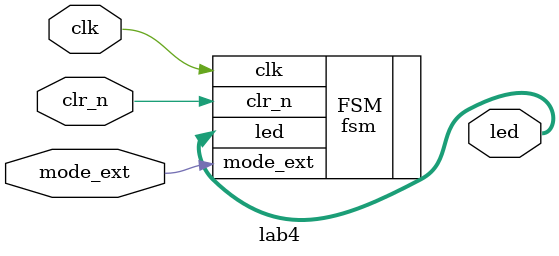
<source format=v>
module lab4(clk, clr_n, mode_ext,led);

input clk, clr_n, mode_ext;
output [3:0] led;

fsm FSM(.clk(clk), .clr_n(clr_n), .mode_ext(mode_ext),.led(led));

endmodule

</source>
